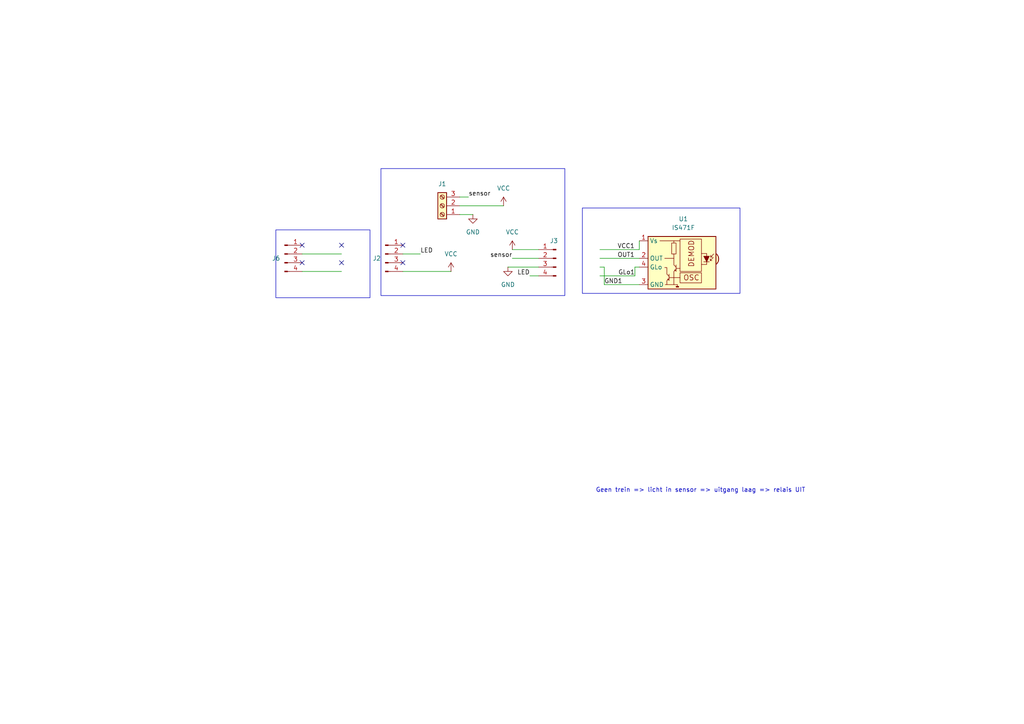
<source format=kicad_sch>
(kicad_sch (version 20231120) (generator "eeschema") (generator_version "8.0")
  (paper "A4")
  (lib_symbols
    (symbol "Connector:Conn_01x04_Pin" (pin_names (offset 1.016) hide)
      (property "Reference" "J" (at 0 5.08 0))
      (property "Value" "Conn_01x04_Pin" (at 0 -7.62 0))
      (symbol "Conn_01x04_Pin_1_1"
        (polyline (pts (xy 1.27 -5.08) (xy 0.8636 -5.08)) (stroke (width 0.1524)))
        (polyline (pts (xy 1.27 -2.54) (xy 0.8636 -2.54)) (stroke (width 0.1524)))
        (polyline (pts (xy 1.27 0) (xy 0.8636 0)) (stroke (width 0.1524)))
        (polyline (pts (xy 1.27 2.54) (xy 0.8636 2.54)) (stroke (width 0.1524)))
        (rectangle (start 0.8636 -4.953) (end 0 -5.207) (stroke (width 0.1524)) (fill (type outline)))
        (rectangle (start 0.8636 -2.413) (end 0 -2.667) (stroke (width 0.1524)) (fill (type outline)))
        (rectangle (start 0.8636 0.127) (end 0 -0.127) (stroke (width 0.1524)) (fill (type outline)))
        (rectangle (start 0.8636 2.667) (end 0 2.413) (stroke (width 0.1524)) (fill (type outline)))
        (pin passive line (at 5.08 2.54 180) (length 3.81) (name "Pin_1") (number "1"))
        (pin passive line (at 5.08 0 180) (length 3.81) (name "Pin_2") (number "2"))
        (pin passive line (at 5.08 -2.54 180) (length 3.81) (name "Pin_3") (number "3"))
        (pin passive line (at 5.08 -5.08 180) (length 3.81) (name "Pin_4") (number "4"))
      )
    )
    (symbol "Connector:Screw_Terminal_01x03" (pin_names (offset 1.016) hide)
      (property "Reference" "J" (at 0 5.08 0))
      (property "Value" "Screw_Terminal_01x03" (at 0 -5.08 0))
      (symbol "Screw_Terminal_01x03_1_1"
        (rectangle (start -1.27 3.81) (end 1.27 -3.81) (stroke (width 0.254)) (fill (type background)))
        (circle (center 0 -2.54) (radius 0.635) (stroke (width 0.1524)))
        (polyline (pts (xy -0.5334 -2.2098) (xy 0.3302 -3.048)) (stroke (width 0.1524)))
        (polyline (pts (xy -0.5334 0.3302) (xy 0.3302 -0.508)) (stroke (width 0.1524)))
        (polyline (pts (xy -0.5334 2.8702) (xy 0.3302 2.032)) (stroke (width 0.1524)))
        (polyline (pts (xy -0.3556 -2.032) (xy 0.508 -2.8702)) (stroke (width 0.1524)))
        (polyline (pts (xy -0.3556 0.508) (xy 0.508 -0.3302)) (stroke (width 0.1524)))
        (polyline (pts (xy -0.3556 3.048) (xy 0.508 2.2098)) (stroke (width 0.1524)))
        (circle (center 0 0) (radius 0.635) (stroke (width 0.1524)))
        (circle (center 0 2.54) (radius 0.635) (stroke (width 0.1524)))
        (pin passive line (at -5.08 2.54 0) (length 3.81) (name "Pin_1") (number "1"))
        (pin passive line (at -5.08 0 0) (length 3.81) (name "Pin_2") (number "2"))
        (pin passive line (at -5.08 -2.54 0) (length 3.81) (name "Pin_3") (number "3"))
      )
    )
    (symbol "GND_2" (power) (pin_numbers hide) (pin_names (offset 0) hide)
      (property "Value" "GND" (at 0 -3.81 0))
      (symbol "GND_2_0_1"
        (polyline (pts (xy 0 0) (xy 0 -1.27) (xy 1.27 -1.27) (xy 0 -2.54) (xy -1.27 -1.27) (xy 0 -1.27)))
      )
      (symbol "GND_2_1_1"
        (pin power_in line (at 0 0 270) (length 0) (name "~") (number "1"))
      )
    )
    (symbol "Interface_Optical:IS471F"
      (property "Reference" "U" (at -12.065 7.62 0))
      (property "Value" "IS471F" (at 7.62 7.62 0))
      (symbol "IS471F_0_0"
        (arc (start -12.065 1.397) (mid -12.8679 -0.1852) (end -12.065 -1.778) (stroke (width 0.254)) (fill (type background)))
        (rectangle (start -7.874 -4.191) (end -1.651 -7.112))
        (rectangle (start -1.27 -8.128) (end -0.508 -8.382) (fill (type outline)))
        (polyline (pts (xy -0.889 -7.62) (xy -0.889 -8.128)))
        (polyline (pts (xy 0.127 5.08) (xy -1.651 5.08)))
        (polyline (pts (xy 2.667 -7.62) (xy -0.889 -7.62)))
        (polyline (pts (xy -0.508 -3.175) (xy 0.127 -3.81) (xy 0.127 -7.62)))
        (polyline (pts (xy 1.524 -5.842) (xy 2.159 -6.477) (xy 2.159 -7.62)))
        (text "DEMOD" (at -4.953 1.397 900) (effects (font (size 1.524 1.524))))
        (text "OSC" (at -4.953 -5.588 0) (effects (font (size 1.524 1.524))))
      )
      (symbol "IS471F_0_1"
        (rectangle (start -7.874 5.588) (end -1.651 -3.81))
        (polyline (pts (xy -10.541 0.381) (xy -11.43 1.27)))
        (polyline (pts (xy -10.541 0.381) (xy -11.049 0.381)))
        (polyline (pts (xy -10.541 0.381) (xy -10.541 0.889)))
        (polyline (pts (xy -10.414 -0.635) (xy -11.303 0.254)))
        (polyline (pts (xy -10.414 -0.635) (xy -10.922 -0.635)))
        (polyline (pts (xy -10.414 -0.635) (xy -10.414 -0.127)))
        (polyline (pts (xy -10.16 -1.016) (xy -8.509 -1.016)))
        (polyline (pts (xy -0.508 -2.921) (xy -1.651 -2.921)))
        (polyline (pts (xy -0.508 -1.905) (xy -0.508 -3.81)))
        (polyline (pts (xy -0.381 -3.556) (xy -0.254 -3.556)))
        (polyline (pts (xy -0.127 -3.556) (xy -0.254 -3.556)))
        (polyline (pts (xy -0.127 -3.556) (xy -0.127 -3.302)))
        (polyline (pts (xy 0.127 0) (xy 0.127 1.27)))
        (polyline (pts (xy 1.524 -5.588) (xy -1.651 -5.588)))
        (polyline (pts (xy 1.524 -4.572) (xy 1.524 -6.477)))
        (polyline (pts (xy 1.651 -6.223) (xy 1.778 -6.223)))
        (polyline (pts (xy 1.905 -6.223) (xy 1.778 -6.223)))
        (polyline (pts (xy 1.905 -6.223) (xy 1.905 -5.969)))
        (polyline (pts (xy 0.127 4.445) (xy 0.127 5.08) (xy 4.191 5.08)))
        (polyline (pts (xy -10.16 0.635) (xy -8.509 0.635) (xy -9.398 -1.016) (xy -10.16 0.635)) (fill (type outline)))
        (polyline (pts (xy -7.874 1.397) (xy -9.398 1.397) (xy -9.398 -1.778) (xy -7.874 -1.778)))
        (polyline (pts (xy -0.508 -2.54) (xy 0.127 -1.905) (xy 0.127 0) (xy 2.794 0)))
        (polyline (pts (xy 1.524 -5.207) (xy 2.159 -4.572) (xy 2.159 -2.667) (xy 2.794 -2.667)))
        (rectangle (start 0.762 1.27) (end -0.508 4.445))
        (rectangle (start 7.62 6.35) (end -12.065 -8.89) (stroke (width 0.254)) (fill (type background)))
      )
      (symbol "IS471F_1_1"
        (pin power_in line (at 10.16 5.08 180) (length 2.54) (name "Vs") (number "1"))
        (pin output line (at 10.16 0 180) (length 2.54) (name "OUT") (number "2"))
        (pin power_in line (at 10.16 -7.62 180) (length 2.54) (name "GND") (number "3"))
        (pin open_collector line (at 10.16 -2.54 180) (length 2.54) (name "GLo") (number "4"))
      )
    )
    (symbol "power:VCC" (power) (pin_numbers hide) (pin_names (offset 0) hide)
      (property "Value" "VCC" (at 0 3.556 0))
      (symbol "VCC_0_1"
        (polyline (pts (xy -0.762 1.27) (xy 0 2.54)))
        (polyline (pts (xy 0 0) (xy 0 2.54)))
        (polyline (pts (xy 0 2.54) (xy 0.762 1.27)))
      )
      (symbol "VCC_1_1"
        (pin power_in line (at 0 0 90) (length 0) (name "~") (number "1"))
      )
    )
  )
  (no_connect (at 116.84 71.12))
  (no_connect (at 87.63 71.12))
  (no_connect (at 87.63 76.2))
  (no_connect (at 99.06 76.2))
  (no_connect (at 116.84 76.2))
  (no_connect (at 99.06 71.12))
  (wire (pts (xy 87.63 78.74) (xy 99.06 78.74)))
  (wire (pts (xy 156.21 77.47) (xy 147.32 77.47)))
  (wire (pts (xy 173.99 77.47) (xy 175.26 77.47)))
  (wire (pts (xy 173.99 72.39) (xy 185.42 72.39)))
  (wire (pts (xy 156.21 74.93) (xy 148.59 74.93)))
  (wire (pts (xy 116.84 78.74) (xy 130.81 78.74)))
  (wire (pts (xy 133.35 62.23) (xy 137.16 62.23)))
  (wire (pts (xy 133.35 57.15) (xy 135.89 57.15)))
  (wire (pts (xy 184.15 80.01) (xy 173.99 80.01)))
  (wire (pts (xy 173.99 74.93) (xy 185.42 74.93)))
  (wire (pts (xy 185.42 72.39) (xy 185.42 69.85)))
  (wire (pts (xy 116.84 73.66) (xy 121.92 73.66)))
  (wire (pts (xy 156.21 80.01) (xy 153.67 80.01)))
  (wire (pts (xy 175.26 82.55) (xy 185.42 82.55)))
  (wire (pts (xy 185.42 77.47) (xy 184.15 77.47)))
  (wire (pts (xy 156.21 72.39) (xy 148.59 72.39)))
  (wire (pts (xy 87.63 73.66) (xy 99.06 73.66)))
  (wire (pts (xy 184.15 77.47) (xy 184.15 80.01)))
  (wire (pts (xy 133.35 59.69) (xy 146.05 59.69)))
  (wire (pts (xy 175.26 77.47) (xy 175.26 82.55)))
  (rectangle (start 110.49 48.895) (end 163.83 85.725))
  (rectangle (start 80.01 66.675) (end 107.315 86.36))
  (rectangle (start 168.91 60.325) (end 214.63 85.09))
  (text "Geen trein => licht in sensor => uitgang laag => relais UIT\n" (at 203.2 142.24 0) (effects (font (size 1.27 1.27))))
  (label "LED" (at 121.92 73.66 0))
  (label "VCC1" (at 179.07 72.39 0))
  (label "GND1" (at 175.26 82.55 0))
  (label "OUT1" (at 179.07 74.93 0))
  (label "sensor" (at 148.59 74.93 180))
  (label "LED" (at 153.67 80.01 180))
  (label "sensor" (at 135.89 57.15 0))
  (label "GLo1" (at 184.15 80.01 180))
  (symbol (lib_id "power:VCC") (at 130.81 78.74 0) (mirror y) (unit 1)
    (property "Reference" "#PWR03" (effects (hide yes)))
    (property "Value" "VCC" (at 130.81 73.66 0))
    (property "Description" "Power symbol creates a global label with name \"VCC\"" (effects (hide yes)))
  )
  (symbol (lib_id "Connector:Conn_01x04_Pin") (at 161.29 74.93 0) (mirror y) (unit 1)
    (property "Reference" "J3" (at 160.655 69.85 0))
    (property "Value" "Conn_01x04_Pin" (effects (hide yes)))
    (property "Footprint" "custom_kicad_lib_sk:IR_EXTENDER_CUTOUT" (effects (hide yes)))
    (property "Description" "Generic connector, single row, 01x04, script generated" (effects (hide yes)))
  )
  (symbol (lib_id "Interface_Optical:IS471F") (at 195.58 74.93 0) (mirror y) (unit 1)
    (property "Reference" "U1" (at 198.204 63.5 0))
    (property "Value" "IS471F" (at 198.204 66.04 0))
    (property "Footprint" "custom_kicad_lib_sk:IR_EXTENDER_PCB" (effects (hide yes)))
    (property "Datasheet" "http://www.micropik.com/PDF/tsop17xx.pdf" (effects (hide yes)))
    (property "Description" "Photo Modules for PCM Remote Control Systems" (effects (hide yes)))
  )
  (symbol (lib_id "power:VCC") (at 146.05 59.69 0) (unit 1)
    (property "Reference" "#PWR01" (effects (hide yes)))
    (property "Value" "VCC" (at 146.05 54.61 0))
    (property "Description" "Power symbol creates a global label with name \"VCC\"" (effects (hide yes)))
  )
  (symbol (lib_name "GND_2") (lib_id "power:GND") (at 137.16 62.23 0) (unit 1)
    (property "Reference" "#PWR02" (effects (hide yes)))
    (property "Value" "GND" (at 137.16 67.31 0))
    (property "Description" "Power symbol creates a global label with name \"GND\" , ground" (effects (hide yes)))
  )
  (symbol (lib_id "Connector:Conn_01x04_Pin") (at 111.76 73.66 0) (unit 1)
    (property "Reference" "J2" (at 110.49 74.9301 0) (effects (justify right)))
    (property "Value" "Conn_01x04_Pin" (effects (hide yes)))
    (property "Footprint" "custom_kicad_lib_sk:IR_EXTENDER_CUTOUT" (effects (hide yes)))
    (property "Description" "Generic connector, single row, 01x04, script generated" (effects (hide yes)))
  )
  (symbol (lib_id "power:VCC") (at 148.59 72.39 0) (unit 1)
    (property "Reference" "#PWR04" (effects (hide yes)))
    (property "Value" "VCC" (at 148.59 67.31 0))
    (property "Description" "Power symbol creates a global label with name \"VCC\"" (effects (hide yes)))
  )
  (symbol (lib_name "GND_2") (lib_id "power:GND") (at 147.32 77.47 0) (unit 1)
    (property "Reference" "#PWR05" (effects (hide yes)))
    (property "Value" "GND" (at 147.32 82.55 0))
    (property "Description" "Power symbol creates a global label with name \"GND\" , ground" (effects (hide yes)))
  )
  (symbol (lib_id "Connector:Conn_01x04_Pin") (at 82.55 73.66 0) (unit 1)
    (property "Reference" "J6" (at 81.28 74.9301 0) (effects (justify right)))
    (property "Value" "Conn_01x04_Pin" (effects (hide yes)))
    (property "Footprint" "custom_kicad_lib_sk:IR_EXTENDER_PCB" (effects (hide yes)))
    (property "Description" "Generic connector, single row, 01x04, script generated" (effects (hide yes)))
  )
  (symbol (lib_id "Connector:Screw_Terminal_01x03") (at 128.27 59.69 180) (unit 1)
    (property "Reference" "J1" (at 128.27 53.34 0))
    (property "Value" "Screw_Terminal_01x03" (effects (hide yes)))
    (property "Footprint" "Connector_Phoenix_MC:PhoenixContact_MCV_1,5_3-G-3.5_1x03_P3.50mm_Vertical" (effects (hide yes)))
    (property "Description" "Generic screw terminal, single row, 01x03, script generated (kicad-library-utils/schlib/autogen/connector/)" (effects (hide yes)))
  )
)
</source>
